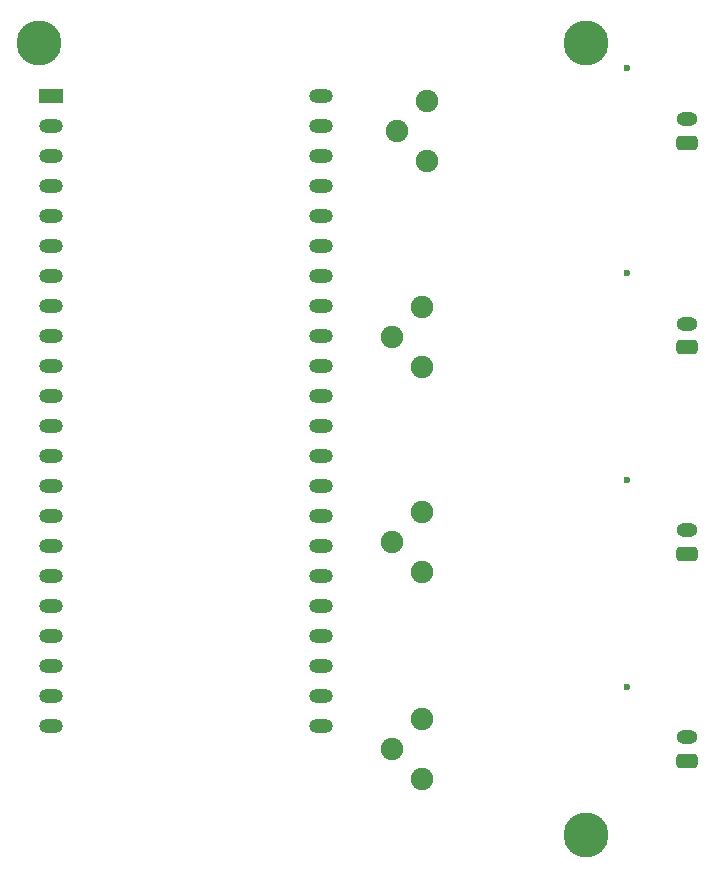
<source format=gbs>
G04 #@! TF.GenerationSoftware,KiCad,Pcbnew,8.0.1*
G04 #@! TF.CreationDate,2024-04-30T12:08:52+02:00*
G04 #@! TF.ProjectId,Taiko IoBoard,5461696b-6f20-4496-9f42-6f6172642e6b,1*
G04 #@! TF.SameCoordinates,Original*
G04 #@! TF.FileFunction,Soldermask,Bot*
G04 #@! TF.FilePolarity,Negative*
%FSLAX46Y46*%
G04 Gerber Fmt 4.6, Leading zero omitted, Abs format (unit mm)*
G04 Created by KiCad (PCBNEW 8.0.1) date 2024-04-30 12:08:52*
%MOMM*%
%LPD*%
G01*
G04 APERTURE LIST*
G04 Aperture macros list*
%AMRoundRect*
0 Rectangle with rounded corners*
0 $1 Rounding radius*
0 $2 $3 $4 $5 $6 $7 $8 $9 X,Y pos of 4 corners*
0 Add a 4 corners polygon primitive as box body*
4,1,4,$2,$3,$4,$5,$6,$7,$8,$9,$2,$3,0*
0 Add four circle primitives for the rounded corners*
1,1,$1+$1,$2,$3*
1,1,$1+$1,$4,$5*
1,1,$1+$1,$6,$7*
1,1,$1+$1,$8,$9*
0 Add four rect primitives between the rounded corners*
20,1,$1+$1,$2,$3,$4,$5,0*
20,1,$1+$1,$4,$5,$6,$7,0*
20,1,$1+$1,$6,$7,$8,$9,0*
20,1,$1+$1,$8,$9,$2,$3,0*%
G04 Aperture macros list end*
%ADD10R,2.000000X1.200000*%
%ADD11O,2.000000X1.200000*%
%ADD12RoundRect,0.300000X0.600000X-0.300000X0.600000X0.300000X-0.600000X0.300000X-0.600000X-0.300000X0*%
%ADD13O,1.800000X1.200000*%
%ADD14C,1.900000*%
%ADD15C,3.800000*%
%ADD16C,0.600000*%
G04 APERTURE END LIST*
D10*
X72350000Y-32554351D03*
D11*
X72350000Y-35094351D03*
X72350000Y-37634351D03*
X72350000Y-40174351D03*
X72350000Y-42714351D03*
X72350000Y-45254351D03*
X72350000Y-47794351D03*
X72350000Y-50334351D03*
X72350000Y-52874351D03*
X72350000Y-55414351D03*
X72350000Y-57954351D03*
X72350000Y-60494351D03*
X72350000Y-63034351D03*
X72350000Y-65574351D03*
X72350000Y-68114351D03*
X72350000Y-70654351D03*
X72350000Y-73194351D03*
X72350000Y-75734351D03*
X72350000Y-78274351D03*
X72346320Y-80811631D03*
X72346320Y-83351631D03*
X72346320Y-85891631D03*
X95210000Y-85894351D03*
X95210000Y-83354351D03*
X95210000Y-80814351D03*
X95210000Y-78274351D03*
X95210000Y-75734351D03*
X95210000Y-73194351D03*
X95210000Y-70654351D03*
X95210000Y-68114351D03*
X95210000Y-65574351D03*
X95210000Y-63034351D03*
X95210000Y-60494351D03*
X95210000Y-57954351D03*
X95210000Y-55414351D03*
X95210000Y-52874351D03*
X95210000Y-50334351D03*
X95210000Y-47794351D03*
X95210000Y-45254351D03*
X95210000Y-42714351D03*
X95210000Y-40174351D03*
X95210000Y-37634351D03*
X95210000Y-35094351D03*
X95210000Y-32554351D03*
D12*
X126207290Y-36454803D03*
D13*
X126207290Y-34454803D03*
D14*
X103760000Y-90381262D03*
X101220000Y-87841262D03*
X103760000Y-85301262D03*
D12*
X126207290Y-71257666D03*
D13*
X126207290Y-69257666D03*
D14*
X103760000Y-55419726D03*
X101220000Y-52879726D03*
X103760000Y-50339726D03*
X104170000Y-38056262D03*
X101630000Y-35516262D03*
X104170000Y-32976262D03*
D12*
X126207290Y-88779803D03*
D13*
X126207290Y-86779803D03*
D15*
X71350000Y-28054351D03*
D12*
X126207290Y-53799517D03*
D13*
X126207290Y-51799517D03*
D15*
X117600000Y-95054351D03*
D14*
X103760000Y-72859125D03*
X101220000Y-70319125D03*
X103760000Y-67779125D03*
D15*
X117600000Y-28054351D03*
D16*
X121100000Y-30134637D03*
X121100000Y-47529351D03*
X121100000Y-65000000D03*
X121100000Y-82534637D03*
M02*

</source>
